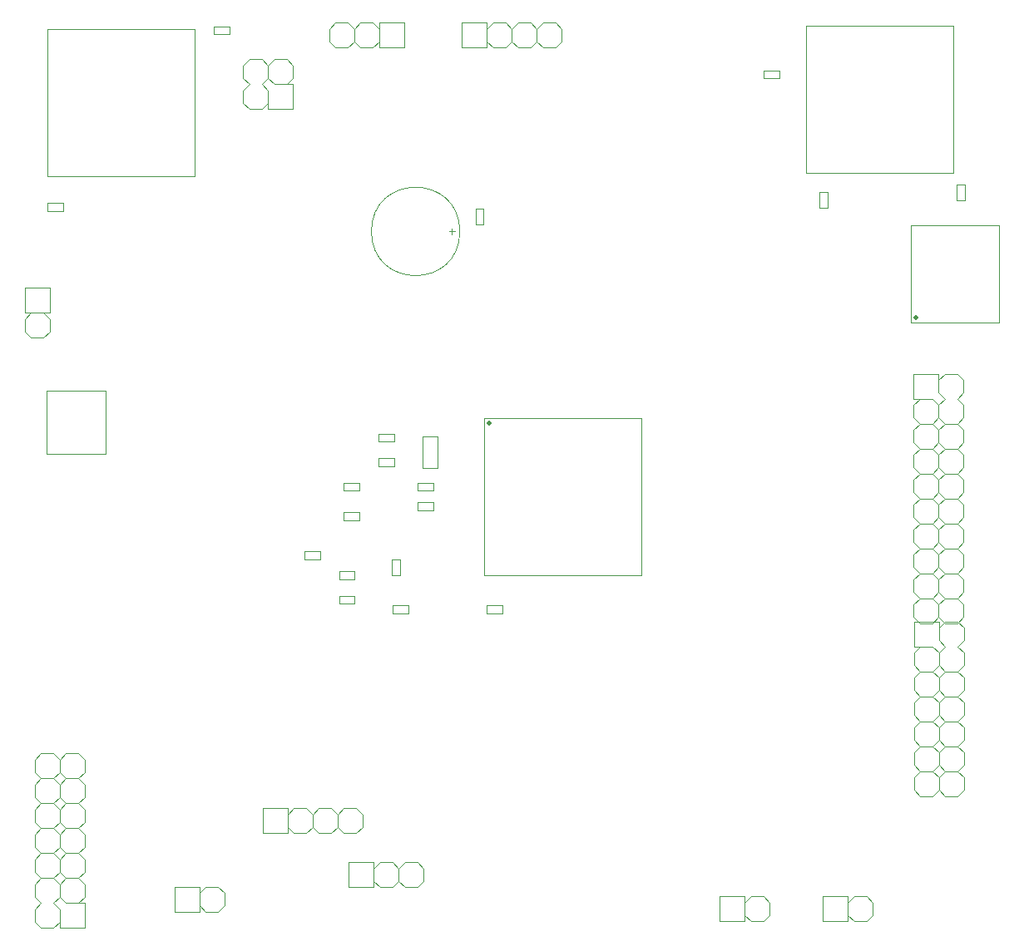
<source format=gm1>
G04 Layer_Color=16711935*
%FSLAX44Y44*%
%MOMM*%
G71*
G01*
G75*
%ADD46C,0.5000*%
%ADD77C,0.1000*%
D46*
X914000Y637000D02*
D03*
X480000Y530000D02*
D03*
D77*
X450000Y725000D02*
G03*
X450000Y725000I-45000J0D01*
G01*
X956000Y773000D02*
X964001D01*
X956000Y757000D02*
X964001D01*
Y773000D01*
X956000Y757000D02*
Y773000D01*
X199500Y926000D02*
X215500D01*
X199500Y934001D02*
X215500D01*
Y926000D02*
Y934001D01*
X199500Y926000D02*
Y934001D01*
X999000Y632500D02*
Y731500D01*
X909000Y632500D02*
X999000D01*
X909000D02*
Y731500D01*
X999000D01*
X255000Y849600D02*
Y868650D01*
X280400Y849600D02*
Y875000D01*
X261350D02*
X280400D01*
X255000Y894050D02*
X261350Y900400D01*
X255000Y881350D02*
X261350Y875000D01*
X229600Y881350D02*
X235950Y875000D01*
X229600Y894050D02*
X235950Y900400D01*
X248650D02*
X255000Y894050D01*
X248650Y875000D02*
X255000Y881350D01*
X229600Y868650D02*
X235950Y875000D01*
X248650D02*
X255000Y868650D01*
X274050Y875000D02*
X280400Y881350D01*
X274050Y900400D02*
X280400Y894050D01*
X248650Y849600D02*
X255000Y855950D01*
X229600D02*
X235950Y849600D01*
X255000D02*
X280400D01*
X255000Y881350D02*
Y894050D01*
X235950Y900400D02*
X248650D01*
X261350D02*
X274050D01*
X229600Y881350D02*
Y894050D01*
X280400Y881350D02*
Y894050D01*
X229600Y855950D02*
Y868650D01*
X235950Y849600D02*
X248650D01*
X466000Y748000D02*
X474001D01*
X466000Y732000D02*
X474001D01*
Y748000D01*
X466000Y732000D02*
Y748000D01*
X29570Y498520D02*
X89570D01*
Y562520D01*
X29570D02*
X89570D01*
X29570Y498520D02*
Y562520D01*
X451900Y937700D02*
X477300D01*
Y912300D02*
Y937700D01*
X451900Y912300D02*
Y937700D01*
X477300Y931350D02*
X483650Y937700D01*
X496350D01*
X502700Y931350D01*
Y918650D02*
Y931350D01*
X496350Y912300D02*
X502700Y918650D01*
X483650Y912300D02*
X496350D01*
X477300Y918650D02*
X483650Y912300D01*
X451900D02*
X477300D01*
X502700Y918650D02*
X509050Y912300D01*
X521750D01*
X528100Y918650D01*
Y931350D01*
X521750Y937700D02*
X528100Y931350D01*
X509050Y937700D02*
X521750D01*
X502700Y931350D02*
X509050Y937700D01*
X528100Y931350D02*
X534450Y937700D01*
X547150D01*
X553500Y931350D01*
Y918650D02*
Y931350D01*
X547150Y912300D02*
X553500Y918650D01*
X534450Y912300D02*
X547150D01*
X528100Y918650D02*
X534450Y912300D01*
X249200Y137700D02*
X274600D01*
Y112300D02*
Y137700D01*
X249200Y112300D02*
Y137700D01*
X274600Y131350D02*
X280950Y137700D01*
X293650D01*
X300000Y131350D01*
Y118650D02*
Y131350D01*
X293650Y112300D02*
X300000Y118650D01*
X280950Y112300D02*
X293650D01*
X274600Y118650D02*
X280950Y112300D01*
X249200D02*
X274600D01*
X300000Y118650D02*
X306350Y112300D01*
X319050D01*
X325400Y118650D01*
Y131350D01*
X319050Y137700D02*
X325400Y131350D01*
X306350Y137700D02*
X319050D01*
X300000Y131350D02*
X306350Y137700D01*
X325400Y131350D02*
X331750Y137700D01*
X344450D01*
X350800Y131350D01*
Y118650D02*
Y131350D01*
X344450Y112300D02*
X350800Y118650D01*
X331750Y112300D02*
X344450D01*
X325400Y118650D02*
X331750Y112300D01*
X7300Y642300D02*
Y667700D01*
Y635950D02*
X13650Y642300D01*
X7300Y623250D02*
Y635950D01*
Y623250D02*
X13650Y616900D01*
X26350D01*
X32700Y623250D01*
Y635950D01*
X26350Y642300D02*
X32700Y635950D01*
X7300Y667700D02*
X32700D01*
X7300Y642300D02*
X32700D01*
Y667700D01*
X442000Y722000D02*
Y728000D01*
X439000Y725000D02*
X445000D01*
X775000Y880999D02*
Y889000D01*
X759000Y880999D02*
Y889000D01*
Y880999D02*
X775000D01*
X759000Y889000D02*
X775000D01*
X475002Y535001D02*
X635001D01*
Y375002D02*
Y535001D01*
X475002Y375002D02*
X635001D01*
X475002D02*
Y535001D01*
X335950Y912300D02*
X342300Y918650D01*
X323250Y912300D02*
X335950D01*
X316900Y918650D02*
X323250Y912300D01*
X316900Y918650D02*
Y931350D01*
X323250Y937700D01*
X335950D01*
X342300Y931350D01*
X367700Y937700D02*
X393100D01*
X361350D02*
X367700Y931350D01*
X348650Y937700D02*
X361350D01*
X342300Y931350D02*
X348650Y937700D01*
X342300Y918650D02*
Y931350D01*
Y918650D02*
X348650Y912300D01*
X361350D01*
X367700Y918650D01*
X393100Y912300D02*
Y937700D01*
X367700Y912300D02*
Y937700D01*
Y912300D02*
X393100D01*
X911900Y554700D02*
X930950D01*
Y351500D02*
X937300Y357850D01*
X930950Y376900D02*
X937300Y370550D01*
X956350Y376900D02*
X962700Y370550D01*
X956350Y351500D02*
X962700Y357850D01*
X937300D02*
X943650Y351500D01*
X937300Y370550D02*
X943650Y376900D01*
X930950Y326100D02*
X937300Y332450D01*
X930950Y351500D02*
X937300Y345150D01*
X956350Y351500D02*
X962700Y345150D01*
X956350Y326100D02*
X962700Y332450D01*
X937300D02*
X943650Y326100D01*
X937300Y345150D02*
X943650Y351500D01*
X911900Y370550D02*
X918250Y376900D01*
X911900Y357850D02*
X918250Y351500D01*
X911900Y345150D02*
X918250Y351500D01*
X911900Y332450D02*
X918250Y326100D01*
X930950Y453100D02*
X937300Y459450D01*
X956350Y453100D02*
X962700Y459450D01*
X937300D02*
X943650Y453100D01*
X930950Y427700D02*
X937300Y434050D01*
X930950Y453100D02*
X937300Y446750D01*
X956350Y453100D02*
X962700Y446750D01*
X956350Y427700D02*
X962700Y434050D01*
X937300D02*
X943650Y427700D01*
X937300Y446750D02*
X943650Y453100D01*
X937300Y408650D02*
Y421350D01*
Y383250D02*
Y395950D01*
X911900Y459450D02*
X918250Y453100D01*
X911900Y446750D02*
X918250Y453100D01*
X911900Y434050D02*
X918250Y427700D01*
X930950Y529300D02*
X937300Y535650D01*
X956350Y529300D02*
X962700Y535650D01*
X937300D02*
X943650Y529300D01*
X937300Y510250D02*
Y522950D01*
Y484850D02*
Y497550D01*
X930950Y478500D02*
X937300Y472150D01*
X956350Y478500D02*
X962700Y472150D01*
X937300D02*
X943650Y478500D01*
X911900Y535650D02*
X918250Y529300D01*
X911900Y472150D02*
X918250Y478500D01*
X937300Y561050D02*
Y580100D01*
X956350Y554700D02*
X962700Y561050D01*
X937300D02*
X943650Y554700D01*
X937300Y573750D02*
X943650Y580100D01*
X956350D02*
X962700Y573750D01*
X930950Y554700D02*
X937300Y548350D01*
X956350Y554700D02*
X962700Y548350D01*
X937300D02*
X943650Y554700D01*
X911900Y548350D02*
X918250Y554700D01*
X943650Y351500D02*
X956350D01*
X918250D02*
X930950D01*
X962700Y408650D02*
Y421350D01*
Y383250D02*
Y395950D01*
X943650Y453100D02*
X956350D01*
X918250D02*
X930950D01*
X911900Y408650D02*
Y421350D01*
Y383250D02*
Y395950D01*
X962700Y510250D02*
Y522950D01*
Y484850D02*
Y497550D01*
X911900Y510250D02*
Y522950D01*
Y484850D02*
Y497550D01*
Y554700D02*
Y580100D01*
X937300D01*
Y332450D02*
Y345150D01*
Y357850D02*
Y370550D01*
X930950Y376900D02*
X937300Y383250D01*
X956350Y376900D02*
X962700Y383250D01*
X937300D02*
X943650Y376900D01*
X911900Y383250D02*
X918250Y376900D01*
X930950Y402300D02*
X937300Y408650D01*
X956350Y402300D02*
X962700Y408650D01*
X937300D02*
X943650Y402300D01*
X930950D02*
X937300Y395950D01*
X956350Y402300D02*
X962700Y395950D01*
X937300D02*
X943650Y402300D01*
X911900Y408650D02*
X918250Y402300D01*
X911900Y395950D02*
X918250Y402300D01*
X930950Y427700D02*
X937300Y421350D01*
X956350Y427700D02*
X962700Y421350D01*
X937300D02*
X943650Y427700D01*
X911900Y421350D02*
X918250Y427700D01*
X937300Y434050D02*
Y446750D01*
Y459450D02*
Y472150D01*
X930950Y478500D02*
X937300Y484850D01*
X956350Y478500D02*
X962700Y484850D01*
X937300D02*
X943650Y478500D01*
X911900Y484850D02*
X918250Y478500D01*
X930950Y503900D02*
X937300Y510250D01*
X956350Y503900D02*
X962700Y510250D01*
X937300D02*
X943650Y503900D01*
X930950D02*
X937300Y497550D01*
X956350Y503900D02*
X962700Y497550D01*
X937300D02*
X943650Y503900D01*
X911900Y510250D02*
X918250Y503900D01*
X911900Y497550D02*
X918250Y503900D01*
X930950Y529300D02*
X937300Y522950D01*
X956350Y529300D02*
X962700Y522950D01*
X937300D02*
X943650Y529300D01*
X911900Y522950D02*
X918250Y529300D01*
X937300Y535650D02*
Y548350D01*
X943650Y326100D02*
X956350D01*
X918250D02*
X930950D01*
X962700Y332450D02*
Y345150D01*
X911900Y332450D02*
Y345150D01*
X962700Y357850D02*
Y370550D01*
X911900Y357850D02*
Y370550D01*
X943650Y376900D02*
X956350D01*
X918250D02*
X930950D01*
X943650Y402300D02*
X956350D01*
X918250D02*
X930950D01*
X943650Y427700D02*
X956350D01*
X918250D02*
X930950D01*
X962700Y434050D02*
Y446750D01*
X911900Y434050D02*
Y446750D01*
X962700Y459450D02*
Y472150D01*
X911900Y459450D02*
Y472150D01*
X943650Y478500D02*
X956350D01*
X918250D02*
X930950D01*
X943650Y503900D02*
X956350D01*
X918250D02*
X930950D01*
X943650Y529300D02*
X956350D01*
X918250D02*
X930950D01*
X962700Y535650D02*
Y548350D01*
X911900Y535650D02*
Y548350D01*
X962700Y561050D02*
Y573750D01*
X943650Y580100D02*
X956350D01*
X381000Y391000D02*
X389001D01*
X381000Y375000D02*
X389001D01*
Y391000D01*
X381000Y375000D02*
Y391000D01*
X179950Y781043D02*
Y931157D01*
X29950Y781043D02*
X179950D01*
X29950D02*
Y931157D01*
X179950D01*
X951975Y784543D02*
Y934657D01*
X801975Y784543D02*
X951975D01*
X801975D02*
Y934657D01*
X951975D01*
X815999Y749000D02*
X824000D01*
X815999Y765000D02*
X824000D01*
X815999Y749000D02*
Y765000D01*
X824000Y749000D02*
Y765000D01*
X381999Y335999D02*
X397999D01*
X381999Y344000D02*
X397999D01*
Y335999D02*
Y344000D01*
X381999Y335999D02*
Y344000D01*
X343000Y345999D02*
Y354000D01*
X327000Y345999D02*
Y354000D01*
Y345999D02*
X343000D01*
X327000Y354000D02*
X343000D01*
X327000Y371000D02*
Y379001D01*
X343000Y371000D02*
Y379001D01*
X327000D02*
X343000D01*
X327000Y371000D02*
X343000D01*
X308000Y390999D02*
Y399000D01*
X292000Y390999D02*
Y399000D01*
Y390999D02*
X308000D01*
X292000Y399000D02*
X308000D01*
X348000Y430999D02*
Y439000D01*
X332000Y430999D02*
Y439000D01*
Y430999D02*
X348000D01*
X332000Y439000D02*
X348000D01*
Y460999D02*
Y469000D01*
X332000Y460999D02*
Y469000D01*
Y460999D02*
X348000D01*
X332000Y469000D02*
X348000D01*
X477000Y336000D02*
Y344001D01*
X493000Y336000D02*
Y344001D01*
X477000D02*
X493000D01*
X477000Y336000D02*
X493000D01*
X383000Y510999D02*
Y519000D01*
X367000Y510999D02*
Y519000D01*
Y510999D02*
X383000D01*
X367000Y519000D02*
X383000D01*
Y485999D02*
Y494000D01*
X367000Y485999D02*
Y494000D01*
Y485999D02*
X383000D01*
X367000Y494000D02*
X383000D01*
X407000Y461000D02*
Y469001D01*
X423000Y461000D02*
Y469001D01*
X407000D02*
X423000D01*
X407000Y461000D02*
X423000D01*
X407000Y441000D02*
Y449001D01*
X423000Y441000D02*
Y449001D01*
X407000D02*
X423000D01*
X407000Y441000D02*
X423000D01*
X412398Y483901D02*
X412398Y516101D01*
X427598D01*
Y483901D02*
Y516101D01*
X412398Y483901D02*
X427598D01*
X937700Y156250D02*
Y168950D01*
X963100Y156250D02*
Y168950D01*
X912300Y156250D02*
Y168950D01*
X937700Y232450D02*
Y245150D01*
Y207050D02*
Y219750D01*
X931350Y175300D02*
X937700Y181650D01*
X931350Y200700D02*
X937700Y194350D01*
X956750Y200700D02*
X963100Y194350D01*
X956750Y175300D02*
X963100Y181650D01*
X937700D02*
X944050Y175300D01*
X937700Y194350D02*
X944050Y200700D01*
X912300Y194350D02*
X918650Y200700D01*
X912300Y181650D02*
X918650Y175300D01*
X937700Y308650D02*
Y327700D01*
X931350Y276900D02*
X937700Y283250D01*
X931350Y302300D02*
X937700Y295950D01*
X956750Y302300D02*
X963100Y295950D01*
X956750Y276900D02*
X963100Y283250D01*
X937700D02*
X944050Y276900D01*
X937700Y295950D02*
X944050Y302300D01*
X937700Y257850D02*
Y270550D01*
X912300Y295950D02*
X918650Y302300D01*
X912300Y283250D02*
X918650Y276900D01*
X963100Y232450D02*
Y245150D01*
Y207050D02*
Y219750D01*
X912300Y232450D02*
Y245150D01*
Y207050D02*
Y219750D01*
X963100Y308650D02*
Y321350D01*
Y257850D02*
Y270550D01*
X912300Y302300D02*
Y327700D01*
Y257850D02*
Y270550D01*
Y302300D02*
X931350D01*
X912300Y327700D02*
X937700D01*
X931350Y149900D02*
X937700Y156250D01*
X956750Y149900D02*
X963100Y156250D01*
X937700D02*
X944050Y149900D01*
X912300Y156250D02*
X918650Y149900D01*
X931350Y175300D02*
X937700Y168950D01*
X956750Y175300D02*
X963100Y168950D01*
X937700D02*
X944050Y175300D01*
X912300Y168950D02*
X918650Y175300D01*
X937700Y181650D02*
Y194350D01*
X931350Y200700D02*
X937700Y207050D01*
X956750Y200700D02*
X963100Y207050D01*
X937700D02*
X944050Y200700D01*
X912300Y207050D02*
X918650Y200700D01*
X931350Y226100D02*
X937700Y232450D01*
X956750Y226100D02*
X963100Y232450D01*
X937700D02*
X944050Y226100D01*
X931350D02*
X937700Y219750D01*
X956750Y226100D02*
X963100Y219750D01*
X937700D02*
X944050Y226100D01*
X912300Y232450D02*
X918650Y226100D01*
X912300Y219750D02*
X918650Y226100D01*
X931350Y251500D02*
X937700Y257850D01*
X956750Y251500D02*
X963100Y257850D01*
X937700D02*
X944050Y251500D01*
X931350D02*
X937700Y245150D01*
X956750Y251500D02*
X963100Y245150D01*
X937700D02*
X944050Y251500D01*
X912300Y257850D02*
X918650Y251500D01*
X912300Y245150D02*
X918650Y251500D01*
X931350Y276900D02*
X937700Y270550D01*
X956750Y276900D02*
X963100Y270550D01*
X937700D02*
X944050Y276900D01*
X912300Y270550D02*
X918650Y276900D01*
X937700Y283250D02*
Y295950D01*
X956750Y302300D02*
X963100Y308650D01*
X937700D02*
X944050Y302300D01*
X937700Y321350D02*
X944050Y327700D01*
X956750D02*
X963100Y321350D01*
X944050Y149900D02*
X956750D01*
X918650D02*
X931350D01*
X944050Y175300D02*
X956750D01*
X918650D02*
X931350D01*
X963100Y181650D02*
Y194350D01*
X912300Y181650D02*
Y194350D01*
X944050Y200700D02*
X956750D01*
X918650D02*
X931350D01*
X944050Y226100D02*
X956750D01*
X918650D02*
X931350D01*
X944050Y251500D02*
X956750D01*
X918650D02*
X931350D01*
X944050Y276900D02*
X956750D01*
X918650D02*
X931350D01*
X963100Y283250D02*
Y295950D01*
X912300Y283250D02*
Y295950D01*
X944050Y327700D02*
X956750D01*
X714600Y22300D02*
X740000D01*
Y28650D02*
X746350Y22300D01*
X759050D01*
X765400Y28650D01*
Y41350D01*
X759050Y47700D02*
X765400Y41350D01*
X746350Y47700D02*
X759050D01*
X740000Y41350D02*
X746350Y47700D01*
X714600Y22300D02*
Y47700D01*
X740000Y22300D02*
Y47700D01*
X714600D02*
X740000D01*
X819600Y22300D02*
X845000D01*
Y28650D02*
X851350Y22300D01*
X864050D01*
X870400Y28650D01*
Y41350D01*
X864050Y47700D02*
X870400Y41350D01*
X851350Y47700D02*
X864050D01*
X845000Y41350D02*
X851350Y47700D01*
X819600Y22300D02*
Y47700D01*
X845000Y22300D02*
Y47700D01*
X819600D02*
X845000D01*
X42700Y174450D02*
Y187150D01*
X17300Y174450D02*
Y187150D01*
X68100Y174450D02*
Y187150D01*
X42700Y98250D02*
Y110950D01*
Y123650D02*
Y136350D01*
Y161750D02*
X49050Y168100D01*
X42700Y149050D02*
X49050Y142700D01*
X17300Y149050D02*
X23650Y142700D01*
X17300Y161750D02*
X23650Y168100D01*
X36350D02*
X42700Y161750D01*
X36350Y142700D02*
X42700Y149050D01*
X61750Y142700D02*
X68100Y149050D01*
X61750Y168100D02*
X68100Y161750D01*
X42700Y15700D02*
Y34750D01*
Y60150D02*
X49050Y66500D01*
X42700Y47450D02*
X49050Y41100D01*
X17300Y47450D02*
X23650Y41100D01*
X17300Y60150D02*
X23650Y66500D01*
X36350D02*
X42700Y60150D01*
X36350Y41100D02*
X42700Y47450D01*
Y72850D02*
Y85550D01*
X61750Y41100D02*
X68100Y47450D01*
X61750Y66500D02*
X68100Y60150D01*
X17300Y98250D02*
Y110950D01*
Y123650D02*
Y136350D01*
X68100Y98250D02*
Y110950D01*
Y123650D02*
Y136350D01*
X17300Y22050D02*
Y34750D01*
Y72850D02*
Y85550D01*
X68100Y15700D02*
Y41100D01*
Y72850D02*
Y85550D01*
X49050Y41100D02*
X68100D01*
X42700Y15700D02*
X68100D01*
X42700Y187150D02*
X49050Y193500D01*
X17300Y187150D02*
X23650Y193500D01*
X36350D02*
X42700Y187150D01*
X61750Y193500D02*
X68100Y187150D01*
X42700Y174450D02*
X49050Y168100D01*
X17300Y174450D02*
X23650Y168100D01*
X36350D02*
X42700Y174450D01*
X61750Y168100D02*
X68100Y174450D01*
X42700Y149050D02*
Y161750D01*
Y136350D02*
X49050Y142700D01*
X17300Y136350D02*
X23650Y142700D01*
X36350D02*
X42700Y136350D01*
X61750Y142700D02*
X68100Y136350D01*
X42700Y110950D02*
X49050Y117300D01*
X17300Y110950D02*
X23650Y117300D01*
X36350D02*
X42700Y110950D01*
Y123650D02*
X49050Y117300D01*
X17300Y123650D02*
X23650Y117300D01*
X36350D02*
X42700Y123650D01*
X61750Y117300D02*
X68100Y110950D01*
X61750Y117300D02*
X68100Y123650D01*
X42700Y85550D02*
X49050Y91900D01*
X17300Y85550D02*
X23650Y91900D01*
X36350D02*
X42700Y85550D01*
Y98250D02*
X49050Y91900D01*
X17300Y98250D02*
X23650Y91900D01*
X36350D02*
X42700Y98250D01*
X61750Y91900D02*
X68100Y85550D01*
X61750Y91900D02*
X68100Y98250D01*
X42700Y72850D02*
X49050Y66500D01*
X17300Y72850D02*
X23650Y66500D01*
X36350D02*
X42700Y72850D01*
X61750Y66500D02*
X68100Y72850D01*
X42700Y47450D02*
Y60150D01*
X17300Y34750D02*
X23650Y41100D01*
X36350D02*
X42700Y34750D01*
X36350Y15700D02*
X42700Y22050D01*
X17300D02*
X23650Y15700D01*
Y193500D02*
X36350D01*
X49050D02*
X61750D01*
X23650Y168100D02*
X36350D01*
X49050D02*
X61750D01*
X17300Y149050D02*
Y161750D01*
X68100Y149050D02*
Y161750D01*
X23650Y142700D02*
X36350D01*
X49050D02*
X61750D01*
X23650Y117300D02*
X36350D01*
X49050D02*
X61750D01*
X23650Y91900D02*
X36350D01*
X49050D02*
X61750D01*
X23650Y66500D02*
X36350D01*
X49050D02*
X61750D01*
X17300Y47450D02*
Y60150D01*
X68100Y47450D02*
Y60150D01*
X23650Y15700D02*
X36350D01*
X30000Y746000D02*
Y754001D01*
X46000Y746000D02*
Y754001D01*
X30000D02*
X46000D01*
X30000Y746000D02*
X46000D01*
X159600Y32300D02*
X185000D01*
Y38650D02*
X191350Y32300D01*
X204050D01*
X210400Y38650D01*
Y51350D01*
X204050Y57700D02*
X210400Y51350D01*
X191350Y57700D02*
X204050D01*
X185000Y51350D02*
X191350Y57700D01*
X159600Y32300D02*
Y57700D01*
X185000Y32300D02*
Y57700D01*
X159600D02*
X185000D01*
X387700Y76350D02*
X394050Y82700D01*
X406750D01*
X413100Y76350D01*
Y63650D02*
Y76350D01*
X406750Y57300D02*
X413100Y63650D01*
X394050Y57300D02*
X406750D01*
X387700Y63650D02*
X394050Y57300D01*
X336900D02*
X362300D01*
Y63650D02*
X368650Y57300D01*
X381350D01*
X387700Y63650D01*
Y76350D01*
X381350Y82700D02*
X387700Y76350D01*
X368650Y82700D02*
X381350D01*
X362300Y76350D02*
X368650Y82700D01*
X336900Y57300D02*
Y82700D01*
X362300Y57300D02*
Y82700D01*
X336900D02*
X362300D01*
M02*

</source>
